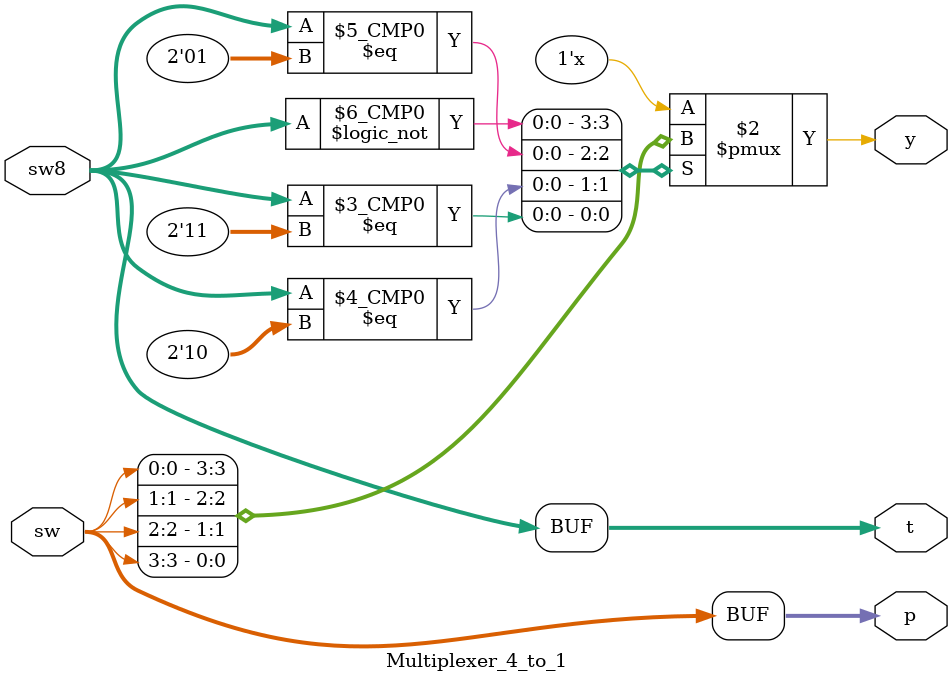
<source format=v>
module Multiplexer_4_to_1 (
    input [3:0] sw,
    input [1:0] sw8,
    output [3:0] p,
    output [1:0] t,
    output reg y
);
assign {p[0],p[1],p[2],p[3]} = {sw[0], sw[1], sw[2], sw[3]};
assign {t[1],t[0]} = {sw8[1],sw8[0]};

always @* begin
    case (sw8)
        2'b00: y = sw[0];
        2'b01: y = sw[1];
        2'b10: y = sw[2];
        2'b11: y = sw[3];
        default: y = 1'b0; 
    endcase
end

endmodule
</source>
